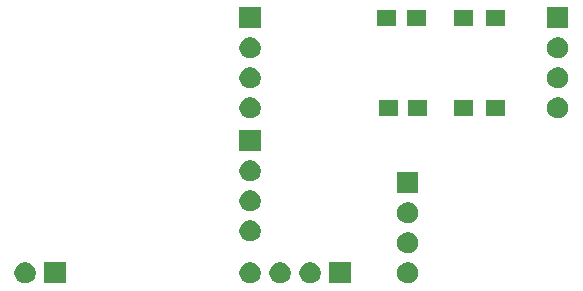
<source format=gbs>
G04 #@! TF.GenerationSoftware,KiCad,Pcbnew,5.1.5*
G04 #@! TF.CreationDate,2020-05-30T11:49:08+02:00*
G04 #@! TF.ProjectId,PIV_CDMix,5049565f-4344-44d6-9978-2e6b69636164,rev?*
G04 #@! TF.SameCoordinates,Original*
G04 #@! TF.FileFunction,Soldermask,Bot*
G04 #@! TF.FilePolarity,Negative*
%FSLAX46Y46*%
G04 Gerber Fmt 4.6, Leading zero omitted, Abs format (unit mm)*
G04 Created by KiCad (PCBNEW 5.1.5) date 2020-05-30 11:49:08*
%MOMM*%
%LPD*%
G04 APERTURE LIST*
%ADD10C,0.100000*%
G04 APERTURE END LIST*
D10*
G36*
X144893512Y-115943927D02*
G01*
X145042812Y-115973624D01*
X145206784Y-116041544D01*
X145354354Y-116140147D01*
X145479853Y-116265646D01*
X145578456Y-116413216D01*
X145646376Y-116577188D01*
X145681000Y-116751259D01*
X145681000Y-116928741D01*
X145646376Y-117102812D01*
X145578456Y-117266784D01*
X145479853Y-117414354D01*
X145354354Y-117539853D01*
X145206784Y-117638456D01*
X145042812Y-117706376D01*
X144893512Y-117736073D01*
X144868742Y-117741000D01*
X144691258Y-117741000D01*
X144666488Y-117736073D01*
X144517188Y-117706376D01*
X144353216Y-117638456D01*
X144205646Y-117539853D01*
X144080147Y-117414354D01*
X143981544Y-117266784D01*
X143913624Y-117102812D01*
X143879000Y-116928741D01*
X143879000Y-116751259D01*
X143913624Y-116577188D01*
X143981544Y-116413216D01*
X144080147Y-116265646D01*
X144205646Y-116140147D01*
X144353216Y-116041544D01*
X144517188Y-115973624D01*
X144666488Y-115943927D01*
X144691258Y-115939000D01*
X144868742Y-115939000D01*
X144893512Y-115943927D01*
G37*
G36*
X147433512Y-115943927D02*
G01*
X147582812Y-115973624D01*
X147746784Y-116041544D01*
X147894354Y-116140147D01*
X148019853Y-116265646D01*
X148118456Y-116413216D01*
X148186376Y-116577188D01*
X148221000Y-116751259D01*
X148221000Y-116928741D01*
X148186376Y-117102812D01*
X148118456Y-117266784D01*
X148019853Y-117414354D01*
X147894354Y-117539853D01*
X147746784Y-117638456D01*
X147582812Y-117706376D01*
X147433512Y-117736073D01*
X147408742Y-117741000D01*
X147231258Y-117741000D01*
X147206488Y-117736073D01*
X147057188Y-117706376D01*
X146893216Y-117638456D01*
X146745646Y-117539853D01*
X146620147Y-117414354D01*
X146521544Y-117266784D01*
X146453624Y-117102812D01*
X146419000Y-116928741D01*
X146419000Y-116751259D01*
X146453624Y-116577188D01*
X146521544Y-116413216D01*
X146620147Y-116265646D01*
X146745646Y-116140147D01*
X146893216Y-116041544D01*
X147057188Y-115973624D01*
X147206488Y-115943927D01*
X147231258Y-115939000D01*
X147408742Y-115939000D01*
X147433512Y-115943927D01*
G37*
G36*
X149973512Y-115943927D02*
G01*
X150122812Y-115973624D01*
X150286784Y-116041544D01*
X150434354Y-116140147D01*
X150559853Y-116265646D01*
X150658456Y-116413216D01*
X150726376Y-116577188D01*
X150761000Y-116751259D01*
X150761000Y-116928741D01*
X150726376Y-117102812D01*
X150658456Y-117266784D01*
X150559853Y-117414354D01*
X150434354Y-117539853D01*
X150286784Y-117638456D01*
X150122812Y-117706376D01*
X149973512Y-117736073D01*
X149948742Y-117741000D01*
X149771258Y-117741000D01*
X149746488Y-117736073D01*
X149597188Y-117706376D01*
X149433216Y-117638456D01*
X149285646Y-117539853D01*
X149160147Y-117414354D01*
X149061544Y-117266784D01*
X148993624Y-117102812D01*
X148959000Y-116928741D01*
X148959000Y-116751259D01*
X148993624Y-116577188D01*
X149061544Y-116413216D01*
X149160147Y-116265646D01*
X149285646Y-116140147D01*
X149433216Y-116041544D01*
X149597188Y-115973624D01*
X149746488Y-115943927D01*
X149771258Y-115939000D01*
X149948742Y-115939000D01*
X149973512Y-115943927D01*
G37*
G36*
X153301000Y-117741000D02*
G01*
X151499000Y-117741000D01*
X151499000Y-115939000D01*
X153301000Y-115939000D01*
X153301000Y-117741000D01*
G37*
G36*
X125843512Y-115943927D02*
G01*
X125992812Y-115973624D01*
X126156784Y-116041544D01*
X126304354Y-116140147D01*
X126429853Y-116265646D01*
X126528456Y-116413216D01*
X126596376Y-116577188D01*
X126631000Y-116751259D01*
X126631000Y-116928741D01*
X126596376Y-117102812D01*
X126528456Y-117266784D01*
X126429853Y-117414354D01*
X126304354Y-117539853D01*
X126156784Y-117638456D01*
X125992812Y-117706376D01*
X125843512Y-117736073D01*
X125818742Y-117741000D01*
X125641258Y-117741000D01*
X125616488Y-117736073D01*
X125467188Y-117706376D01*
X125303216Y-117638456D01*
X125155646Y-117539853D01*
X125030147Y-117414354D01*
X124931544Y-117266784D01*
X124863624Y-117102812D01*
X124829000Y-116928741D01*
X124829000Y-116751259D01*
X124863624Y-116577188D01*
X124931544Y-116413216D01*
X125030147Y-116265646D01*
X125155646Y-116140147D01*
X125303216Y-116041544D01*
X125467188Y-115973624D01*
X125616488Y-115943927D01*
X125641258Y-115939000D01*
X125818742Y-115939000D01*
X125843512Y-115943927D01*
G37*
G36*
X129171000Y-117741000D02*
G01*
X127369000Y-117741000D01*
X127369000Y-115939000D01*
X129171000Y-115939000D01*
X129171000Y-117741000D01*
G37*
G36*
X158228512Y-115943927D02*
G01*
X158377812Y-115973624D01*
X158541784Y-116041544D01*
X158689354Y-116140147D01*
X158814853Y-116265646D01*
X158913456Y-116413216D01*
X158981376Y-116577188D01*
X159016000Y-116751259D01*
X159016000Y-116928741D01*
X158981376Y-117102812D01*
X158913456Y-117266784D01*
X158814853Y-117414354D01*
X158689354Y-117539853D01*
X158541784Y-117638456D01*
X158377812Y-117706376D01*
X158228512Y-117736073D01*
X158203742Y-117741000D01*
X158026258Y-117741000D01*
X158001488Y-117736073D01*
X157852188Y-117706376D01*
X157688216Y-117638456D01*
X157540646Y-117539853D01*
X157415147Y-117414354D01*
X157316544Y-117266784D01*
X157248624Y-117102812D01*
X157214000Y-116928741D01*
X157214000Y-116751259D01*
X157248624Y-116577188D01*
X157316544Y-116413216D01*
X157415147Y-116265646D01*
X157540646Y-116140147D01*
X157688216Y-116041544D01*
X157852188Y-115973624D01*
X158001488Y-115943927D01*
X158026258Y-115939000D01*
X158203742Y-115939000D01*
X158228512Y-115943927D01*
G37*
G36*
X158228512Y-113403927D02*
G01*
X158377812Y-113433624D01*
X158541784Y-113501544D01*
X158689354Y-113600147D01*
X158814853Y-113725646D01*
X158913456Y-113873216D01*
X158981376Y-114037188D01*
X159016000Y-114211259D01*
X159016000Y-114388741D01*
X158981376Y-114562812D01*
X158913456Y-114726784D01*
X158814853Y-114874354D01*
X158689354Y-114999853D01*
X158541784Y-115098456D01*
X158377812Y-115166376D01*
X158228512Y-115196073D01*
X158203742Y-115201000D01*
X158026258Y-115201000D01*
X158001488Y-115196073D01*
X157852188Y-115166376D01*
X157688216Y-115098456D01*
X157540646Y-114999853D01*
X157415147Y-114874354D01*
X157316544Y-114726784D01*
X157248624Y-114562812D01*
X157214000Y-114388741D01*
X157214000Y-114211259D01*
X157248624Y-114037188D01*
X157316544Y-113873216D01*
X157415147Y-113725646D01*
X157540646Y-113600147D01*
X157688216Y-113501544D01*
X157852188Y-113433624D01*
X158001488Y-113403927D01*
X158026258Y-113399000D01*
X158203742Y-113399000D01*
X158228512Y-113403927D01*
G37*
G36*
X144893512Y-112387927D02*
G01*
X145042812Y-112417624D01*
X145206784Y-112485544D01*
X145354354Y-112584147D01*
X145479853Y-112709646D01*
X145578456Y-112857216D01*
X145646376Y-113021188D01*
X145681000Y-113195259D01*
X145681000Y-113372741D01*
X145646376Y-113546812D01*
X145578456Y-113710784D01*
X145479853Y-113858354D01*
X145354354Y-113983853D01*
X145206784Y-114082456D01*
X145042812Y-114150376D01*
X144893512Y-114180073D01*
X144868742Y-114185000D01*
X144691258Y-114185000D01*
X144666488Y-114180073D01*
X144517188Y-114150376D01*
X144353216Y-114082456D01*
X144205646Y-113983853D01*
X144080147Y-113858354D01*
X143981544Y-113710784D01*
X143913624Y-113546812D01*
X143879000Y-113372741D01*
X143879000Y-113195259D01*
X143913624Y-113021188D01*
X143981544Y-112857216D01*
X144080147Y-112709646D01*
X144205646Y-112584147D01*
X144353216Y-112485544D01*
X144517188Y-112417624D01*
X144666488Y-112387927D01*
X144691258Y-112383000D01*
X144868742Y-112383000D01*
X144893512Y-112387927D01*
G37*
G36*
X158228512Y-110863927D02*
G01*
X158377812Y-110893624D01*
X158541784Y-110961544D01*
X158689354Y-111060147D01*
X158814853Y-111185646D01*
X158913456Y-111333216D01*
X158981376Y-111497188D01*
X159016000Y-111671259D01*
X159016000Y-111848741D01*
X158981376Y-112022812D01*
X158913456Y-112186784D01*
X158814853Y-112334354D01*
X158689354Y-112459853D01*
X158541784Y-112558456D01*
X158377812Y-112626376D01*
X158228512Y-112656073D01*
X158203742Y-112661000D01*
X158026258Y-112661000D01*
X158001488Y-112656073D01*
X157852188Y-112626376D01*
X157688216Y-112558456D01*
X157540646Y-112459853D01*
X157415147Y-112334354D01*
X157316544Y-112186784D01*
X157248624Y-112022812D01*
X157214000Y-111848741D01*
X157214000Y-111671259D01*
X157248624Y-111497188D01*
X157316544Y-111333216D01*
X157415147Y-111185646D01*
X157540646Y-111060147D01*
X157688216Y-110961544D01*
X157852188Y-110893624D01*
X158001488Y-110863927D01*
X158026258Y-110859000D01*
X158203742Y-110859000D01*
X158228512Y-110863927D01*
G37*
G36*
X144893512Y-109847927D02*
G01*
X145042812Y-109877624D01*
X145206784Y-109945544D01*
X145354354Y-110044147D01*
X145479853Y-110169646D01*
X145578456Y-110317216D01*
X145646376Y-110481188D01*
X145681000Y-110655259D01*
X145681000Y-110832741D01*
X145646376Y-111006812D01*
X145578456Y-111170784D01*
X145479853Y-111318354D01*
X145354354Y-111443853D01*
X145206784Y-111542456D01*
X145042812Y-111610376D01*
X144893512Y-111640073D01*
X144868742Y-111645000D01*
X144691258Y-111645000D01*
X144666488Y-111640073D01*
X144517188Y-111610376D01*
X144353216Y-111542456D01*
X144205646Y-111443853D01*
X144080147Y-111318354D01*
X143981544Y-111170784D01*
X143913624Y-111006812D01*
X143879000Y-110832741D01*
X143879000Y-110655259D01*
X143913624Y-110481188D01*
X143981544Y-110317216D01*
X144080147Y-110169646D01*
X144205646Y-110044147D01*
X144353216Y-109945544D01*
X144517188Y-109877624D01*
X144666488Y-109847927D01*
X144691258Y-109843000D01*
X144868742Y-109843000D01*
X144893512Y-109847927D01*
G37*
G36*
X159016000Y-110121000D02*
G01*
X157214000Y-110121000D01*
X157214000Y-108319000D01*
X159016000Y-108319000D01*
X159016000Y-110121000D01*
G37*
G36*
X144893512Y-107307927D02*
G01*
X145042812Y-107337624D01*
X145206784Y-107405544D01*
X145354354Y-107504147D01*
X145479853Y-107629646D01*
X145578456Y-107777216D01*
X145646376Y-107941188D01*
X145681000Y-108115259D01*
X145681000Y-108292741D01*
X145646376Y-108466812D01*
X145578456Y-108630784D01*
X145479853Y-108778354D01*
X145354354Y-108903853D01*
X145206784Y-109002456D01*
X145042812Y-109070376D01*
X144893512Y-109100073D01*
X144868742Y-109105000D01*
X144691258Y-109105000D01*
X144666488Y-109100073D01*
X144517188Y-109070376D01*
X144353216Y-109002456D01*
X144205646Y-108903853D01*
X144080147Y-108778354D01*
X143981544Y-108630784D01*
X143913624Y-108466812D01*
X143879000Y-108292741D01*
X143879000Y-108115259D01*
X143913624Y-107941188D01*
X143981544Y-107777216D01*
X144080147Y-107629646D01*
X144205646Y-107504147D01*
X144353216Y-107405544D01*
X144517188Y-107337624D01*
X144666488Y-107307927D01*
X144691258Y-107303000D01*
X144868742Y-107303000D01*
X144893512Y-107307927D01*
G37*
G36*
X145681000Y-106565000D02*
G01*
X143879000Y-106565000D01*
X143879000Y-104763000D01*
X145681000Y-104763000D01*
X145681000Y-106565000D01*
G37*
G36*
X144893512Y-101973927D02*
G01*
X145042812Y-102003624D01*
X145206784Y-102071544D01*
X145354354Y-102170147D01*
X145479853Y-102295646D01*
X145578456Y-102443216D01*
X145646376Y-102607188D01*
X145681000Y-102781259D01*
X145681000Y-102958741D01*
X145646376Y-103132812D01*
X145578456Y-103296784D01*
X145479853Y-103444354D01*
X145354354Y-103569853D01*
X145206784Y-103668456D01*
X145042812Y-103736376D01*
X144893512Y-103766073D01*
X144868742Y-103771000D01*
X144691258Y-103771000D01*
X144666488Y-103766073D01*
X144517188Y-103736376D01*
X144353216Y-103668456D01*
X144205646Y-103569853D01*
X144080147Y-103444354D01*
X143981544Y-103296784D01*
X143913624Y-103132812D01*
X143879000Y-102958741D01*
X143879000Y-102781259D01*
X143913624Y-102607188D01*
X143981544Y-102443216D01*
X144080147Y-102295646D01*
X144205646Y-102170147D01*
X144353216Y-102071544D01*
X144517188Y-102003624D01*
X144666488Y-101973927D01*
X144691258Y-101969000D01*
X144868742Y-101969000D01*
X144893512Y-101973927D01*
G37*
G36*
X170928512Y-101973927D02*
G01*
X171077812Y-102003624D01*
X171241784Y-102071544D01*
X171389354Y-102170147D01*
X171514853Y-102295646D01*
X171613456Y-102443216D01*
X171681376Y-102607188D01*
X171716000Y-102781259D01*
X171716000Y-102958741D01*
X171681376Y-103132812D01*
X171613456Y-103296784D01*
X171514853Y-103444354D01*
X171389354Y-103569853D01*
X171241784Y-103668456D01*
X171077812Y-103736376D01*
X170928512Y-103766073D01*
X170903742Y-103771000D01*
X170726258Y-103771000D01*
X170701488Y-103766073D01*
X170552188Y-103736376D01*
X170388216Y-103668456D01*
X170240646Y-103569853D01*
X170115147Y-103444354D01*
X170016544Y-103296784D01*
X169948624Y-103132812D01*
X169914000Y-102958741D01*
X169914000Y-102781259D01*
X169948624Y-102607188D01*
X170016544Y-102443216D01*
X170115147Y-102295646D01*
X170240646Y-102170147D01*
X170388216Y-102071544D01*
X170552188Y-102003624D01*
X170701488Y-101973927D01*
X170726258Y-101969000D01*
X170903742Y-101969000D01*
X170928512Y-101973927D01*
G37*
G36*
X166362000Y-103571000D02*
G01*
X164760000Y-103571000D01*
X164760000Y-102169000D01*
X166362000Y-102169000D01*
X166362000Y-103571000D01*
G37*
G36*
X163662000Y-103571000D02*
G01*
X162060000Y-103571000D01*
X162060000Y-102169000D01*
X163662000Y-102169000D01*
X163662000Y-103571000D01*
G37*
G36*
X157285000Y-103546000D02*
G01*
X155683000Y-103546000D01*
X155683000Y-102194000D01*
X157285000Y-102194000D01*
X157285000Y-103546000D01*
G37*
G36*
X159785000Y-103546000D02*
G01*
X158183000Y-103546000D01*
X158183000Y-102194000D01*
X159785000Y-102194000D01*
X159785000Y-103546000D01*
G37*
G36*
X144893512Y-99433927D02*
G01*
X145042812Y-99463624D01*
X145206784Y-99531544D01*
X145354354Y-99630147D01*
X145479853Y-99755646D01*
X145578456Y-99903216D01*
X145646376Y-100067188D01*
X145681000Y-100241259D01*
X145681000Y-100418741D01*
X145646376Y-100592812D01*
X145578456Y-100756784D01*
X145479853Y-100904354D01*
X145354354Y-101029853D01*
X145206784Y-101128456D01*
X145042812Y-101196376D01*
X144893512Y-101226073D01*
X144868742Y-101231000D01*
X144691258Y-101231000D01*
X144666488Y-101226073D01*
X144517188Y-101196376D01*
X144353216Y-101128456D01*
X144205646Y-101029853D01*
X144080147Y-100904354D01*
X143981544Y-100756784D01*
X143913624Y-100592812D01*
X143879000Y-100418741D01*
X143879000Y-100241259D01*
X143913624Y-100067188D01*
X143981544Y-99903216D01*
X144080147Y-99755646D01*
X144205646Y-99630147D01*
X144353216Y-99531544D01*
X144517188Y-99463624D01*
X144666488Y-99433927D01*
X144691258Y-99429000D01*
X144868742Y-99429000D01*
X144893512Y-99433927D01*
G37*
G36*
X170928512Y-99433927D02*
G01*
X171077812Y-99463624D01*
X171241784Y-99531544D01*
X171389354Y-99630147D01*
X171514853Y-99755646D01*
X171613456Y-99903216D01*
X171681376Y-100067188D01*
X171716000Y-100241259D01*
X171716000Y-100418741D01*
X171681376Y-100592812D01*
X171613456Y-100756784D01*
X171514853Y-100904354D01*
X171389354Y-101029853D01*
X171241784Y-101128456D01*
X171077812Y-101196376D01*
X170928512Y-101226073D01*
X170903742Y-101231000D01*
X170726258Y-101231000D01*
X170701488Y-101226073D01*
X170552188Y-101196376D01*
X170388216Y-101128456D01*
X170240646Y-101029853D01*
X170115147Y-100904354D01*
X170016544Y-100756784D01*
X169948624Y-100592812D01*
X169914000Y-100418741D01*
X169914000Y-100241259D01*
X169948624Y-100067188D01*
X170016544Y-99903216D01*
X170115147Y-99755646D01*
X170240646Y-99630147D01*
X170388216Y-99531544D01*
X170552188Y-99463624D01*
X170701488Y-99433927D01*
X170726258Y-99429000D01*
X170903742Y-99429000D01*
X170928512Y-99433927D01*
G37*
G36*
X144893512Y-96893927D02*
G01*
X145042812Y-96923624D01*
X145206784Y-96991544D01*
X145354354Y-97090147D01*
X145479853Y-97215646D01*
X145578456Y-97363216D01*
X145646376Y-97527188D01*
X145681000Y-97701259D01*
X145681000Y-97878741D01*
X145646376Y-98052812D01*
X145578456Y-98216784D01*
X145479853Y-98364354D01*
X145354354Y-98489853D01*
X145206784Y-98588456D01*
X145042812Y-98656376D01*
X144893512Y-98686073D01*
X144868742Y-98691000D01*
X144691258Y-98691000D01*
X144666488Y-98686073D01*
X144517188Y-98656376D01*
X144353216Y-98588456D01*
X144205646Y-98489853D01*
X144080147Y-98364354D01*
X143981544Y-98216784D01*
X143913624Y-98052812D01*
X143879000Y-97878741D01*
X143879000Y-97701259D01*
X143913624Y-97527188D01*
X143981544Y-97363216D01*
X144080147Y-97215646D01*
X144205646Y-97090147D01*
X144353216Y-96991544D01*
X144517188Y-96923624D01*
X144666488Y-96893927D01*
X144691258Y-96889000D01*
X144868742Y-96889000D01*
X144893512Y-96893927D01*
G37*
G36*
X170928512Y-96893927D02*
G01*
X171077812Y-96923624D01*
X171241784Y-96991544D01*
X171389354Y-97090147D01*
X171514853Y-97215646D01*
X171613456Y-97363216D01*
X171681376Y-97527188D01*
X171716000Y-97701259D01*
X171716000Y-97878741D01*
X171681376Y-98052812D01*
X171613456Y-98216784D01*
X171514853Y-98364354D01*
X171389354Y-98489853D01*
X171241784Y-98588456D01*
X171077812Y-98656376D01*
X170928512Y-98686073D01*
X170903742Y-98691000D01*
X170726258Y-98691000D01*
X170701488Y-98686073D01*
X170552188Y-98656376D01*
X170388216Y-98588456D01*
X170240646Y-98489853D01*
X170115147Y-98364354D01*
X170016544Y-98216784D01*
X169948624Y-98052812D01*
X169914000Y-97878741D01*
X169914000Y-97701259D01*
X169948624Y-97527188D01*
X170016544Y-97363216D01*
X170115147Y-97215646D01*
X170240646Y-97090147D01*
X170388216Y-96991544D01*
X170552188Y-96923624D01*
X170701488Y-96893927D01*
X170726258Y-96889000D01*
X170903742Y-96889000D01*
X170928512Y-96893927D01*
G37*
G36*
X171716000Y-96151000D02*
G01*
X169914000Y-96151000D01*
X169914000Y-94349000D01*
X171716000Y-94349000D01*
X171716000Y-96151000D01*
G37*
G36*
X145681000Y-96151000D02*
G01*
X143879000Y-96151000D01*
X143879000Y-94349000D01*
X145681000Y-94349000D01*
X145681000Y-96151000D01*
G37*
G36*
X166362000Y-95951000D02*
G01*
X164760000Y-95951000D01*
X164760000Y-94549000D01*
X166362000Y-94549000D01*
X166362000Y-95951000D01*
G37*
G36*
X163662000Y-95951000D02*
G01*
X162060000Y-95951000D01*
X162060000Y-94549000D01*
X163662000Y-94549000D01*
X163662000Y-95951000D01*
G37*
G36*
X157158000Y-95926000D02*
G01*
X155556000Y-95926000D01*
X155556000Y-94574000D01*
X157158000Y-94574000D01*
X157158000Y-95926000D01*
G37*
G36*
X159658000Y-95926000D02*
G01*
X158056000Y-95926000D01*
X158056000Y-94574000D01*
X159658000Y-94574000D01*
X159658000Y-95926000D01*
G37*
M02*

</source>
